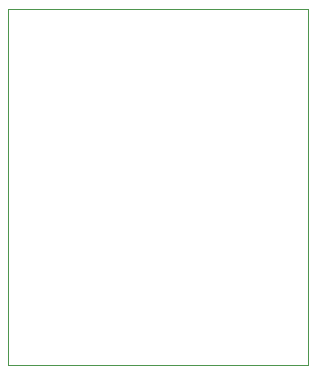
<source format=gbr>
G04 #@! TF.GenerationSoftware,KiCad,Pcbnew,(5.1.2)-2*
G04 #@! TF.CreationDate,2020-01-21T17:10:43+01:00*
G04 #@! TF.ProjectId,xbee-adapter,78626565-2d61-4646-9170-7465722e6b69,rev?*
G04 #@! TF.SameCoordinates,Original*
G04 #@! TF.FileFunction,Profile,NP*
%FSLAX46Y46*%
G04 Gerber Fmt 4.6, Leading zero omitted, Abs format (unit mm)*
G04 Created by KiCad (PCBNEW (5.1.2)-2) date 2020-01-21 17:10:43*
%MOMM*%
%LPD*%
G04 APERTURE LIST*
%ADD10C,0.050000*%
G04 APERTURE END LIST*
D10*
X109220000Y-79654400D02*
X109220000Y-49530000D01*
X134620000Y-79654400D02*
X109220000Y-79654400D01*
X134620000Y-49530000D02*
X134620000Y-79654400D01*
X109220000Y-49530000D02*
X134620000Y-49530000D01*
M02*

</source>
